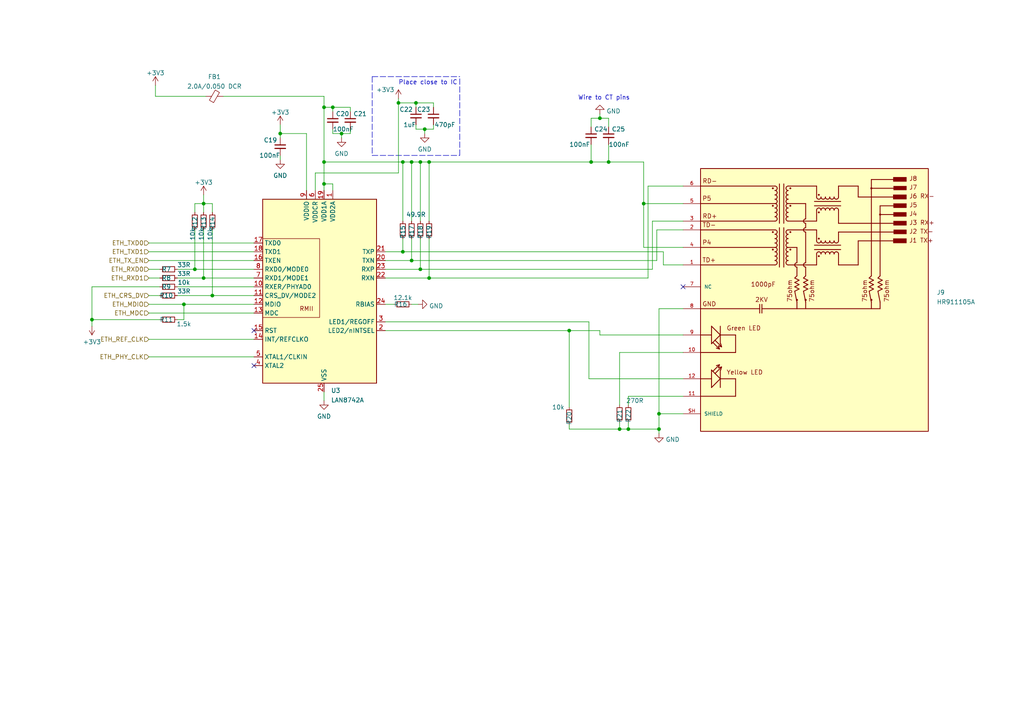
<source format=kicad_sch>
(kicad_sch (version 20211123) (generator eeschema)
  (paper "A4")
  (lib_symbols
    (symbol "Device:C_Small" (pin_numbers hide) (pin_names (offset 0.254) hide)
      (property "Reference" "C" (at 0.254 1.778 0))
      (property "Value" "C_Small" (at 0.254 -2.032 0))
      (symbol "C_Small_0_1"
        (polyline (pts (xy -1.524 -0.508) (xy 1.524 -0.508)) (stroke (width 0.3302)))
        (polyline (pts (xy -1.524 0.508) (xy 1.524 0.508)) (stroke (width 0.3048)))
      )
      (symbol "C_Small_1_1"
        (pin passive line (at 0 2.54 270) (length 2.032) (name "~") (number "1"))
        (pin passive line (at 0 -2.54 90) (length 2.032) (name "~") (number "2"))
      )
    )
    (symbol "Device:Ferrite_Bead_Small" (pin_numbers hide) (pin_names (offset 0))
      (property "Reference" "FB" (at 1.905 1.27 0))
      (property "Value" "Ferrite_Bead_Small" (at 1.905 -1.27 0))
      (symbol "Ferrite_Bead_Small_0_1"
        (polyline (pts (xy 0 -1.27) (xy 0 -0.7874)))
        (polyline (pts (xy 0 0.889) (xy 0 1.2954)))
        (polyline (pts (xy -1.8288 0.2794) (xy -1.1176 1.4986) (xy 1.8288 -0.2032) (xy 1.1176 -1.4224) (xy -1.8288 0.2794)))
      )
      (symbol "Ferrite_Bead_Small_1_1"
        (pin passive line (at 0 2.54 270) (length 1.27) (name "~") (number "1"))
        (pin passive line (at 0 -2.54 90) (length 1.27) (name "~") (number "2"))
      )
    )
    (symbol "Device:R_Small" (pin_numbers hide) (pin_names (offset 0.254) hide)
      (property "Reference" "R" (at 0.762 0.508 0))
      (property "Value" "R_Small" (at 0.762 -1.016 0))
      (symbol "R_Small_0_1"
        (rectangle (start -0.762 1.778) (end 0.762 -1.778) (stroke (width 0.2032)))
      )
      (symbol "R_Small_1_1"
        (pin passive line (at 0 2.54 270) (length 0.762) (name "~") (number "1"))
        (pin passive line (at 0 -2.54 90) (length 0.762) (name "~") (number "2"))
      )
    )
    (symbol "HR911105A:HR911105A" (pin_names (offset 1.016))
      (property "Reference" "J" (at -33.1724 36.2458 0))
      (property "Value" "HR911105A" (at -33.1216 -40.767 0))
      (symbol "HR911105A_0_0"
        (rectangle (start -33.02 35.56) (end 33.02 -40.64) (stroke (width 0.254)) (fill (type background)))
        (circle (center -12.065 12.065) (radius 0.1524) (stroke (width 0.254)))
        (circle (center -12.065 17.145) (radius 0.1524) (stroke (width 0.254)))
        (circle (center -12.065 24.765) (radius 0.1524) (stroke (width 0.254)))
        (circle (center -12.065 29.845) (radius 0.1524) (stroke (width 0.254)))
        (arc (start -11.43 7.62) (mid -10.981 7.806) (end -10.795 8.255) (stroke (width 0.254)))
        (arc (start -11.43 8.89) (mid -11.0269 9.1219) (end -10.795 9.525) (stroke (width 0.254)))
        (arc (start -11.43 10.16) (mid -10.981 10.346) (end -10.795 10.795) (stroke (width 0.254)))
        (arc (start -11.43 11.43) (mid -10.981 11.616) (end -10.795 12.065) (stroke (width 0.254)))
        (arc (start -11.43 12.7) (mid -10.981 12.886) (end -10.795 13.335) (stroke (width 0.254)))
        (arc (start -11.43 13.97) (mid -10.981 14.156) (end -10.795 14.605) (stroke (width 0.254)))
        (arc (start -11.43 15.24) (mid -10.981 15.426) (end -10.795 15.875) (stroke (width 0.254)))
        (arc (start -11.43 16.51) (mid -10.981 16.696) (end -10.795 17.145) (stroke (width 0.254)))
        (arc (start -11.43 20.32) (mid -10.981 20.506) (end -10.795 20.955) (stroke (width 0.254)))
        (arc (start -11.43 21.59) (mid -11.0269 21.8219) (end -10.795 22.225) (stroke (width 0.254)))
        (arc (start -11.43 22.86) (mid -10.981 23.046) (end -10.795 23.495) (stroke (width 0.254)))
        (arc (start -11.43 24.13) (mid -10.981 24.316) (end -10.795 24.765) (stroke (width 0.254)))
        (arc (start -11.43 25.4) (mid -10.981 25.586) (end -10.795 26.035) (stroke (width 0.254)))
        (arc (start -11.43 26.67) (mid -10.981 26.856) (end -10.795 27.305) (stroke (width 0.254)))
        (arc (start -11.43 27.94) (mid -10.981 28.126) (end -10.795 28.575) (stroke (width 0.254)))
        (arc (start -11.43 29.21) (mid -10.981 29.396) (end -10.795 29.845) (stroke (width 0.254)))
        (arc (start -10.795 8.255) (mid -10.981 8.704) (end -11.43 8.89) (stroke (width 0.254)))
        (arc (start -10.795 9.525) (mid -10.981 9.974) (end -11.43 10.16) (stroke (width 0.254)))
        (arc (start -10.795 10.795) (mid -10.981 11.244) (end -11.43 11.43) (stroke (width 0.254)))
        (arc (start -10.795 12.065) (mid -10.981 12.514) (end -11.43 12.7) (stroke (width 0.254)))
        (arc (start -10.795 13.335) (mid -10.981 13.784) (end -11.43 13.97) (stroke (width 0.254)))
        (arc (start -10.795 14.605) (mid -10.981 15.054) (end -11.43 15.24) (stroke (width 0.254)))
        (arc (start -10.795 15.875) (mid -10.981 16.324) (end -11.43 16.51) (stroke (width 0.254)))
        (arc (start -10.795 17.145) (mid -10.981 17.594) (end -11.43 17.78) (stroke (width 0.254)))
        (arc (start -10.795 20.955) (mid -10.981 21.404) (end -11.43 21.59) (stroke (width 0.254)))
        (arc (start -10.795 22.225) (mid -10.981 22.674) (end -11.43 22.86) (stroke (width 0.254)))
        (arc (start -10.795 23.495) (mid -10.981 23.944) (end -11.43 24.13) (stroke (width 0.254)))
        (arc (start -10.795 24.765) (mid -10.981 25.214) (end -11.43 25.4) (stroke (width 0.254)))
        (arc (start -10.795 26.035) (mid -10.981 26.484) (end -11.43 26.67) (stroke (width 0.254)))
        (arc (start -10.795 27.305) (mid -10.981 27.754) (end -11.43 27.94) (stroke (width 0.254)))
        (arc (start -10.795 28.575) (mid -10.981 29.024) (end -11.43 29.21) (stroke (width 0.254)))
        (arc (start -10.795 29.845) (mid -10.981 30.294) (end -11.43 30.48) (stroke (width 0.254)))
        (arc (start -8.255 8.255) (mid -8.069 7.806) (end -7.62 7.62) (stroke (width 0.254)))
        (arc (start -8.255 9.525) (mid -8.069 9.076) (end -7.62 8.89) (stroke (width 0.254)))
        (arc (start -8.255 10.795) (mid -8.069 10.346) (end -7.62 10.16) (stroke (width 0.254)))
        (arc (start -8.255 12.065) (mid -8.069 11.616) (end -7.62 11.43) (stroke (width 0.254)))
        (arc (start -8.255 13.335) (mid -8.069 12.886) (end -7.62 12.7) (stroke (width 0.254)))
        (arc (start -8.255 14.605) (mid -8.069 14.156) (end -7.62 13.97) (stroke (width 0.254)))
        (arc (start -8.255 15.875) (mid -8.069 15.426) (end -7.62 15.24) (stroke (width 0.254)))
        (arc (start -8.255 17.145) (mid -8.069 16.696) (end -7.62 16.51) (stroke (width 0.254)))
        (arc (start -8.255 20.955) (mid -8.069 20.506) (end -7.62 20.32) (stroke (width 0.254)))
        (arc (start -8.255 22.225) (mid -8.069 21.776) (end -7.62 21.59) (stroke (width 0.254)))
        (arc (start -8.255 23.495) (mid -8.069 23.046) (end -7.62 22.86) (stroke (width 0.254)))
        (arc (start -8.255 24.765) (mid -8.069 24.316) (end -7.62 24.13) (stroke (width 0.254)))
        (arc (start -8.255 26.035) (mid -8.069 25.586) (end -7.62 25.4) (stroke (width 0.254)))
        (arc (start -8.255 27.305) (mid -8.069 26.856) (end -7.62 26.67) (stroke (width 0.254)))
        (arc (start -8.255 28.575) (mid -8.069 28.126) (end -7.62 27.94) (stroke (width 0.254)))
        (arc (start -8.255 29.845) (mid -8.069 29.396) (end -7.62 29.21) (stroke (width 0.254)))
        (arc (start -7.62 8.89) (mid -8.069 8.704) (end -8.255 8.255) (stroke (width 0.254)))
        (arc (start -7.62 10.16) (mid -8.069 9.974) (end -8.255 9.525) (stroke (width 0.254)))
        (arc (start -7.62 11.43) (mid -8.069 11.244) (end -8.255 10.795) (stroke (width 0.254)))
        (arc (start -7.62 12.7) (mid -8.069 12.514) (end -8.255 12.065) (stroke (width 0.254)))
        (arc (start -7.62 13.97) (mid -8.069 13.784) (end -8.255 13.335) (stroke (width 0.254)))
        (arc (start -7.62 15.24) (mid -8.069 15.054) (end -8.255 14.605) (stroke (width 0.254)))
        (arc (start -7.62 16.51) (mid -8.0231 16.2781) (end -8.255 15.875) (stroke (width 0.254)))
        (arc (start -7.62 17.78) (mid -8.069 17.594) (end -8.255 17.145) (stroke (width 0.254)))
        (arc (start -7.62 21.59) (mid -8.069 21.404) (end -8.255 20.955) (stroke (width 0.254)))
        (arc (start -7.62 22.86) (mid -8.069 22.674) (end -8.255 22.225) (stroke (width 0.254)))
        (arc (start -7.62 24.13) (mid -8.069 23.944) (end -8.255 23.495) (stroke (width 0.254)))
        (arc (start -7.62 25.4) (mid -8.069 25.214) (end -8.255 24.765) (stroke (width 0.254)))
        (arc (start -7.62 26.67) (mid -8.069 26.484) (end -8.255 26.035) (stroke (width 0.254)))
        (arc (start -7.62 27.94) (mid -8.069 27.754) (end -8.255 27.305) (stroke (width 0.254)))
        (arc (start -7.62 29.21) (mid -8.0231 28.9781) (end -8.255 28.575) (stroke (width 0.254)))
        (arc (start -7.62 30.48) (mid -8.069 30.294) (end -8.255 29.845) (stroke (width 0.254)))
        (circle (center -6.985 12.065) (radius 0.1524) (stroke (width 0.254)))
        (circle (center -6.985 17.145) (radius 0.1524) (stroke (width 0.254)))
        (circle (center -6.985 24.765) (radius 0.1524) (stroke (width 0.254)))
        (circle (center -6.985 29.845) (radius 0.1524) (stroke (width 0.254)))
        (arc (start -5.715 7.62) (mid -5.529 7.171) (end -5.08 6.985) (stroke (width 0.254)))
        (circle (center -5.08 -2.54) (radius 0.1778) (stroke (width 0.254)))
        (arc (start -5.08 8.255) (mid -5.529 8.069) (end -5.715 7.62) (stroke (width 0.254)))
        (arc (start -3.175 7.62) (mid -2.989 7.171) (end -2.54 6.985) (stroke (width 0.254)))
        (arc (start -3.175 17.78) (mid -2.989 17.331) (end -2.54 17.145) (stroke (width 0.254)))
        (arc (start -3.175 20.32) (mid -2.989 19.871) (end -2.54 19.685) (stroke (width 0.254)))
        (circle (center -2.54 -2.54) (radius 0.1778) (stroke (width 0.254)))
        (arc (start -2.54 8.255) (mid -2.989 8.069) (end -3.175 7.62) (stroke (width 0.254)))
        (arc (start -2.54 18.415) (mid -2.989 18.229) (end -3.175 17.78) (stroke (width 0.254)))
        (arc (start -2.54 20.955) (mid -2.989 20.769) (end -3.175 20.32) (stroke (width 0.254)))
        (polyline (pts (xy -33.02 -30.48) (xy -22.86 -30.48)) (stroke (width 0.254)))
        (polyline (pts (xy -33.02 -17.78) (xy -22.86 -17.78)) (stroke (width 0.254)))
        (polyline (pts (xy -33.02 12.7) (xy -11.43 12.7)) (stroke (width 0.254)))
        (polyline (pts (xy -33.02 20.32) (xy -11.43 20.32)) (stroke (width 0.254)))
        (polyline (pts (xy -29.845 -27.94) (xy -27.305 -25.4)) (stroke (width 0.254)))
        (polyline (pts (xy -29.845 -25.4) (xy -33.02 -25.4)) (stroke (width 0.254)))
        (polyline (pts (xy -29.845 -25.4) (xy -29.845 -27.94)) (stroke (width 0.254)))
        (polyline (pts (xy -29.845 -22.86) (xy -29.845 -25.4)) (stroke (width 0.254)))
        (polyline (pts (xy -29.845 -15.24) (xy -29.845 -12.7)) (stroke (width 0.254)))
        (polyline (pts (xy -29.845 -12.7) (xy -33.02 -12.7)) (stroke (width 0.254)))
        (polyline (pts (xy -29.845 -12.7) (xy -29.845 -10.16)) (stroke (width 0.254)))
        (polyline (pts (xy -29.845 -10.16) (xy -27.305 -12.7)) (stroke (width 0.254)))
        (polyline (pts (xy -29.464 -23.241) (xy -29.845 -22.86)) (stroke (width 0.254)))
        (polyline (pts (xy -29.464 -23.241) (xy -27.559 -21.336)) (stroke (width 0.254)))
        (polyline (pts (xy -29.464 -14.859) (xy -29.845 -15.24)) (stroke (width 0.254)))
        (polyline (pts (xy -29.464 -14.859) (xy -27.559 -16.764)) (stroke (width 0.254)))
        (polyline (pts (xy -28.829 -23.876) (xy -29.464 -23.241)) (stroke (width 0.254)))
        (polyline (pts (xy -28.829 -23.876) (xy -26.924 -21.971)) (stroke (width 0.254)))
        (polyline (pts (xy -28.829 -14.224) (xy -29.464 -14.859)) (stroke (width 0.254)))
        (polyline (pts (xy -28.829 -14.224) (xy -26.924 -16.129)) (stroke (width 0.254)))
        (polyline (pts (xy -27.559 -21.336) (xy -28.448 -21.59)) (stroke (width 0.254)))
        (polyline (pts (xy -27.559 -21.336) (xy -27.813 -22.225)) (stroke (width 0.254)))
        (polyline (pts (xy -27.559 -16.764) (xy -28.448 -16.51)) (stroke (width 0.254)))
        (polyline (pts (xy -27.559 -16.764) (xy -27.813 -15.875)) (stroke (width 0.254)))
        (polyline (pts (xy -27.305 -25.4) (xy -28.829 -23.876)) (stroke (width 0.254)))
        (polyline (pts (xy -27.305 -25.4) (xy -27.305 -27.94)) (stroke (width 0.254)))
        (polyline (pts (xy -27.305 -25.4) (xy -22.86 -25.4)) (stroke (width 0.254)))
        (polyline (pts (xy -27.305 -22.86) (xy -27.305 -25.4)) (stroke (width 0.254)))
        (polyline (pts (xy -27.305 -15.24) (xy -27.305 -12.7)) (stroke (width 0.254)))
        (polyline (pts (xy -27.305 -12.7) (xy -28.829 -14.224)) (stroke (width 0.254)))
        (polyline (pts (xy -27.305 -12.7) (xy -27.305 -10.16)) (stroke (width 0.254)))
        (polyline (pts (xy -27.305 -12.7) (xy -22.86 -12.7)) (stroke (width 0.254)))
        (polyline (pts (xy -26.924 -21.971) (xy -27.813 -22.225)) (stroke (width 0.254)))
        (polyline (pts (xy -26.924 -21.971) (xy -27.178 -22.86)) (stroke (width 0.254)))
        (polyline (pts (xy -26.924 -16.129) (xy -27.813 -15.875)) (stroke (width 0.254)))
        (polyline (pts (xy -26.924 -16.129) (xy -27.178 -15.24)) (stroke (width 0.254)))
        (polyline (pts (xy -22.86 -30.48) (xy -22.86 -25.4)) (stroke (width 0.254)))
        (polyline (pts (xy -22.86 -17.78) (xy -22.86 -12.7)) (stroke (width 0.254)))
        (polyline (pts (xy -15.875 -5.08) (xy -33.02 -5.08)) (stroke (width 0.254)))
        (polyline (pts (xy -15.875 -5.08) (xy -15.875 -6.35)) (stroke (width 0.254)))
        (polyline (pts (xy -15.875 -3.81) (xy -15.875 -5.08)) (stroke (width 0.254)))
        (polyline (pts (xy -15.24 -5.08) (xy -15.24 -6.35)) (stroke (width 0.254)))
        (polyline (pts (xy -15.24 -5.08) (xy -15.24 -3.81)) (stroke (width 0.254)))
        (polyline (pts (xy -11.43 7.62) (xy -33.02 7.62)) (stroke (width 0.254)))
        (polyline (pts (xy -11.43 17.78) (xy -33.02 17.78)) (stroke (width 0.254)))
        (polyline (pts (xy -11.43 25.4) (xy -33.02 25.4)) (stroke (width 0.254)))
        (polyline (pts (xy -11.43 30.48) (xy -33.02 30.48)) (stroke (width 0.254)))
        (polyline (pts (xy -10.16 18.415) (xy -10.16 6.985)) (stroke (width 0.254)))
        (polyline (pts (xy -10.16 31.115) (xy -10.16 19.685)) (stroke (width 0.254)))
        (polyline (pts (xy -8.89 18.415) (xy -8.89 6.985)) (stroke (width 0.254)))
        (polyline (pts (xy -8.89 31.115) (xy -8.89 19.685)) (stroke (width 0.254)))
        (polyline (pts (xy -7.62 7.62) (xy -5.715 7.62)) (stroke (width 0.254)))
        (polyline (pts (xy -7.62 20.32) (xy -3.175 20.32)) (stroke (width 0.254)))
        (polyline (pts (xy -7.62 25.4) (xy -2.54 25.4)) (stroke (width 0.254)))
        (polyline (pts (xy -5.715 0) (xy -5.08 -3.175)) (stroke (width 0.254)))
        (polyline (pts (xy -5.715 1.27) (xy -4.445 0.635)) (stroke (width 0.254)))
        (polyline (pts (xy -5.715 2.54) (xy -4.445 1.905)) (stroke (width 0.254)))
        (polyline (pts (xy -5.715 3.81) (xy -4.445 3.175)) (stroke (width 0.254)))
        (polyline (pts (xy -5.715 7.62) (xy -3.175 7.62)) (stroke (width 0.254)))
        (polyline (pts (xy -5.08 -5.08) (xy -15.24 -5.08)) (stroke (width 0.254)))
        (polyline (pts (xy -5.08 -3.175) (xy -5.08 -5.08)) (stroke (width 0.254)))
        (polyline (pts (xy -5.08 4.445) (xy -5.715 3.81)) (stroke (width 0.254)))
        (polyline (pts (xy -5.08 6.985) (xy -5.08 4.445)) (stroke (width 0.254)))
        (polyline (pts (xy -5.08 8.255) (xy -5.08 12.7)) (stroke (width 0.254)))
        (polyline (pts (xy -5.08 12.7) (xy -7.62 12.7)) (stroke (width 0.254)))
        (polyline (pts (xy -4.445 0.635) (xy -5.715 0)) (stroke (width 0.254)))
        (polyline (pts (xy -4.445 1.905) (xy -5.715 1.27)) (stroke (width 0.254)))
        (polyline (pts (xy -4.445 3.175) (xy -5.715 2.54)) (stroke (width 0.254)))
        (polyline (pts (xy -3.175 0) (xy -2.54 -3.175)) (stroke (width 0.254)))
        (polyline (pts (xy -3.175 1.27) (xy -1.905 0.635)) (stroke (width 0.254)))
        (polyline (pts (xy -3.175 2.54) (xy -1.905 1.905)) (stroke (width 0.254)))
        (polyline (pts (xy -3.175 3.81) (xy -1.905 3.175)) (stroke (width 0.254)))
        (polyline (pts (xy -3.175 7.62) (xy 0.635 7.62)) (stroke (width 0.254)))
        (polyline (pts (xy -3.175 17.78) (xy -7.62 17.78)) (stroke (width 0.254)))
        (polyline (pts (xy -3.175 20.32) (xy 0.635 20.32)) (stroke (width 0.254)))
        (polyline (pts (xy -2.54 -3.175) (xy -2.54 -5.08)) (stroke (width 0.254)))
        (polyline (pts (xy -2.54 4.445) (xy -3.175 3.81)) (stroke (width 0.254)))
        (polyline (pts (xy -2.54 6.985) (xy -2.54 4.445)) (stroke (width 0.254)))
        (polyline (pts (xy -2.54 17.145) (xy -2.54 8.255)) (stroke (width 0.254)))
        (polyline (pts (xy -2.54 19.685) (xy -2.54 18.415)) (stroke (width 0.254)))
        (polyline (pts (xy -2.54 25.4) (xy -2.54 20.955)) (stroke (width 0.254)))
        (polyline (pts (xy -1.905 0.635) (xy -3.175 0)) (stroke (width 0.254)))
        (polyline (pts (xy -1.905 1.905) (xy -3.175 1.27)) (stroke (width 0.254)))
        (polyline (pts (xy -1.905 3.175) (xy -3.175 2.54)) (stroke (width 0.254)))
        (polyline (pts (xy 0 12.065) (xy 7.62 12.065)) (stroke (width 0.254)))
        (polyline (pts (xy 0 13.335) (xy 7.62 13.335)) (stroke (width 0.254)))
        (polyline (pts (xy 0 24.765) (xy 7.62 24.765)) (stroke (width 0.254)))
        (polyline (pts (xy 0 26.035) (xy 7.62 26.035)) (stroke (width 0.254)))
        (polyline (pts (xy 0.635 7.62) (xy 0.635 10.795)) (stroke (width 0.254)))
        (polyline (pts (xy 0.635 14.605) (xy 0.635 17.78)) (stroke (width 0.254)))
        (polyline (pts (xy 0.635 17.78) (xy -3.175 17.78)) (stroke (width 0.254)))
        (polyline (pts (xy 0.635 20.32) (xy 0.635 23.495)) (stroke (width 0.254)))
        (polyline (pts (xy 0.635 27.305) (xy 0.635 30.48)) (stroke (width 0.254)))
        (polyline (pts (xy 0.635 30.48) (xy -7.62 30.48)) (stroke (width 0.254)))
        (polyline (pts (xy 6.985 10.795) (xy 6.985 7.62)) (stroke (width 0.254)))
        (polyline (pts (xy 6.985 17.145) (xy 6.985 14.605)) (stroke (width 0.254)))
        (polyline (pts (xy 6.985 23.495) (xy 6.985 19.685)) (stroke (width 0.254)))
        (polyline (pts (xy 6.985 30.48) (xy 6.985 27.305)) (stroke (width 0.254)))
        (polyline (pts (xy 12.7 7.62) (xy 6.985 7.62)) (stroke (width 0.254)))
        (polyline (pts (xy 12.7 14.605) (xy 12.7 7.62)) (stroke (width 0.254)))
        (polyline (pts (xy 12.7 27.305) (xy 12.7 30.48)) (stroke (width 0.254)))
        (polyline (pts (xy 12.7 30.48) (xy 6.985 30.48)) (stroke (width 0.254)))
        (polyline (pts (xy 15.875 0) (xy 16.51 -3.175)) (stroke (width 0.254)))
        (polyline (pts (xy 15.875 1.27) (xy 17.145 0.635)) (stroke (width 0.254)))
        (polyline (pts (xy 15.875 2.54) (xy 17.145 1.905)) (stroke (width 0.254)))
        (polyline (pts (xy 15.875 3.81) (xy 17.145 3.175)) (stroke (width 0.254)))
        (polyline (pts (xy 16.51 -3.175) (xy 16.51 -5.08)) (stroke (width 0.254)))
        (polyline (pts (xy 16.51 4.445) (xy 15.875 3.81)) (stroke (width 0.254)))
        (polyline (pts (xy 16.51 29.845) (xy 16.51 4.445)) (stroke (width 0.254)))
        (polyline (pts (xy 16.51 29.845) (xy 23.495 29.845)) (stroke (width 0.254)))
        (polyline (pts (xy 16.51 32.385) (xy 16.51 29.845)) (stroke (width 0.254)))
        (polyline (pts (xy 17.145 0.635) (xy 15.875 0)) (stroke (width 0.254)))
        (polyline (pts (xy 17.145 1.905) (xy 15.875 1.27)) (stroke (width 0.254)))
        (polyline (pts (xy 17.145 3.175) (xy 15.875 2.54)) (stroke (width 0.254)))
        (polyline (pts (xy 18.415 0) (xy 19.05 -3.175)) (stroke (width 0.254)))
        (polyline (pts (xy 18.415 1.27) (xy 19.685 0.635)) (stroke (width 0.254)))
        (polyline (pts (xy 18.415 2.54) (xy 19.685 1.905)) (stroke (width 0.254)))
        (polyline (pts (xy 18.415 3.81) (xy 19.685 3.175)) (stroke (width 0.254)))
        (polyline (pts (xy 19.05 -5.08) (xy -5.08 -5.08)) (stroke (width 0.254)))
        (polyline (pts (xy 19.05 -3.175) (xy 19.05 -5.08)) (stroke (width 0.254)))
        (polyline (pts (xy 19.05 4.445) (xy 18.415 3.81)) (stroke (width 0.254)))
        (polyline (pts (xy 19.05 22.225) (xy 19.05 4.445)) (stroke (width 0.254)))
        (polyline (pts (xy 19.05 22.225) (xy 23.495 22.225)) (stroke (width 0.254)))
        (polyline (pts (xy 19.05 24.765) (xy 19.05 22.225)) (stroke (width 0.254)))
        (polyline (pts (xy 19.685 0.635) (xy 18.415 0)) (stroke (width 0.254)))
        (polyline (pts (xy 19.685 1.905) (xy 18.415 1.27)) (stroke (width 0.254)))
        (polyline (pts (xy 19.685 3.175) (xy 18.415 2.54)) (stroke (width 0.254)))
        (polyline (pts (xy 23.495 14.605) (xy 12.7 14.605)) (stroke (width 0.254)))
        (polyline (pts (xy 23.495 17.145) (xy 6.985 17.145)) (stroke (width 0.254)))
        (polyline (pts (xy 23.495 19.685) (xy 6.985 19.685)) (stroke (width 0.254)))
        (polyline (pts (xy 23.495 24.765) (xy 19.05 24.765)) (stroke (width 0.254)))
        (polyline (pts (xy 23.495 27.305) (xy 12.7 27.305)) (stroke (width 0.254)))
        (polyline (pts (xy 23.495 32.385) (xy 16.51 32.385)) (stroke (width 0.254)))
        (arc (start 0.635 14.605) (mid 0.821 14.156) (end 1.27 13.97) (stroke (width 0.254)))
        (arc (start 0.635 27.305) (mid 0.821 26.856) (end 1.27 26.67) (stroke (width 0.254)))
        (circle (center 1.27 10.16) (radius 0.1524) (stroke (width 0.254)))
        (arc (start 1.27 11.43) (mid 0.821 11.244) (end 0.635 10.795) (stroke (width 0.254)))
        (arc (start 1.27 13.97) (mid 1.719 14.156) (end 1.905 14.605) (stroke (width 0.254)))
        (circle (center 1.27 15.24) (radius 0.1524) (stroke (width 0.254)))
        (circle (center 1.27 22.86) (radius 0.1524) (stroke (width 0.254)))
        (arc (start 1.27 24.13) (mid 0.821 23.944) (end 0.635 23.495) (stroke (width 0.254)))
        (arc (start 1.27 26.67) (mid 1.719 26.856) (end 1.905 27.305) (stroke (width 0.254)))
        (circle (center 1.27 27.94) (radius 0.1524) (stroke (width 0.254)))
        (arc (start 1.905 10.795) (mid 1.719 11.244) (end 1.27 11.43) (stroke (width 0.254)))
        (arc (start 1.905 14.605) (mid 2.091 14.156) (end 2.54 13.97) (stroke (width 0.254)))
        (arc (start 1.905 23.495) (mid 1.719 23.944) (end 1.27 24.13) (stroke (width 0.254)))
        (arc (start 1.905 27.305) (mid 2.091 26.856) (end 2.54 26.67) (stroke (width 0.254)))
        (arc (start 2.54 11.43) (mid 2.091 11.244) (end 1.905 10.795) (stroke (width 0.254)))
        (arc (start 2.54 13.97) (mid 2.989 14.156) (end 3.175 14.605) (stroke (width 0.254)))
        (arc (start 2.54 24.13) (mid 2.091 23.944) (end 1.905 23.495) (stroke (width 0.254)))
        (arc (start 2.54 26.67) (mid 2.989 26.856) (end 3.175 27.305) (stroke (width 0.254)))
        (arc (start 3.175 10.795) (mid 2.989 11.244) (end 2.54 11.43) (stroke (width 0.254)))
        (arc (start 3.175 14.605) (mid 3.361 14.156) (end 3.81 13.97) (stroke (width 0.254)))
        (arc (start 3.175 23.495) (mid 2.989 23.944) (end 2.54 24.13) (stroke (width 0.254)))
        (arc (start 3.175 27.305) (mid 3.361 26.856) (end 3.81 26.67) (stroke (width 0.254)))
        (arc (start 3.81 11.43) (mid 3.361 11.244) (end 3.175 10.795) (stroke (width 0.254)))
        (arc (start 3.81 13.97) (mid 4.259 14.156) (end 4.445 14.605) (stroke (width 0.254)))
        (arc (start 3.81 24.13) (mid 3.361 23.944) (end 3.175 23.495) (stroke (width 0.254)))
        (arc (start 3.81 26.67) (mid 4.259 26.856) (end 4.445 27.305) (stroke (width 0.254)))
        (arc (start 4.445 10.795) (mid 4.259 11.244) (end 3.81 11.43) (stroke (width 0.254)))
        (arc (start 4.445 14.605) (mid 4.631 14.156) (end 5.08 13.97) (stroke (width 0.254)))
        (arc (start 4.445 23.495) (mid 4.259 23.944) (end 3.81 24.13) (stroke (width 0.254)))
        (arc (start 4.445 27.305) (mid 4.631 26.856) (end 5.08 26.67) (stroke (width 0.254)))
        (arc (start 5.08 11.43) (mid 4.631 11.244) (end 4.445 10.795) (stroke (width 0.254)))
        (arc (start 5.08 13.97) (mid 5.529 14.156) (end 5.715 14.605) (stroke (width 0.254)))
        (arc (start 5.08 24.13) (mid 4.631 23.944) (end 4.445 23.495) (stroke (width 0.254)))
        (arc (start 5.08 26.67) (mid 5.529 26.856) (end 5.715 27.305) (stroke (width 0.254)))
        (arc (start 5.715 10.795) (mid 5.529 11.244) (end 5.08 11.43) (stroke (width 0.254)))
        (arc (start 5.715 14.605) (mid 5.901 14.156) (end 6.35 13.97) (stroke (width 0.254)))
        (arc (start 5.715 23.495) (mid 5.529 23.944) (end 5.08 24.13) (stroke (width 0.254)))
        (arc (start 5.715 27.305) (mid 5.901 26.856) (end 6.35 26.67) (stroke (width 0.254)))
        (arc (start 6.35 11.43) (mid 5.901 11.244) (end 5.715 10.795) (stroke (width 0.254)))
        (arc (start 6.35 13.97) (mid 6.799 14.156) (end 6.985 14.605) (stroke (width 0.254)))
        (arc (start 6.35 24.13) (mid 5.901 23.944) (end 5.715 23.495) (stroke (width 0.254)))
        (arc (start 6.35 26.67) (mid 6.799 26.856) (end 6.985 27.305) (stroke (width 0.254)))
        (arc (start 6.985 10.795) (mid 6.799 11.244) (end 6.35 11.43) (stroke (width 0.254)))
        (arc (start 6.985 23.495) (mid 6.799 23.944) (end 6.35 24.13) (stroke (width 0.254)))
        (circle (center 16.51 -2.54) (radius 0.1778) (stroke (width 0.254)))
        (circle (center 16.51 29.845) (radius 0.1778) (stroke (width 0.254)))
        (circle (center 19.05 22.225) (radius 0.1778) (stroke (width 0.254)))
        (rectangle (start 22.8854 26.7208) (end 26.67 27.94) (fill (type outline)))
        (rectangle (start 22.9108 13.9954) (end 26.67 15.24) (fill (type outline)))
        (rectangle (start 22.9108 31.8262) (end 26.67 33.02) (fill (type outline)))
        (rectangle (start 22.9616 19.1262) (end 26.67 20.32) (fill (type outline)))
        (rectangle (start 22.9616 21.6916) (end 26.6446 22.8346) (fill (type outline)))
        (rectangle (start 22.9616 24.2316) (end 26.67 25.4) (fill (type outline)))
        (rectangle (start 22.987 29.3624) (end 26.67 30.4546) (fill (type outline)))
        (rectangle (start 23.0124 16.6116) (end 26.67 17.78) (fill (type outline)))
        (text "1000pF" (at -18.4912 1.2446 0) (effects (font (size 1.27 1.27)) (justify left bottom)))
        (text "2KV" (at -17.2212 -3.2004 0) (effects (font (size 1.27 1.27)) (justify left bottom)))
        (text "75ohm" (at -6.4008 -3.2004 900) (effects (font (size 1.27 1.27)) (justify left bottom)))
        (text "75ohm" (at 0 -3.2004 900) (effects (font (size 1.27 1.27)) (justify left bottom)))
        (text "75ohm" (at 15.3416 -3.2004 900) (effects (font (size 1.27 1.27)) (justify left bottom)))
        (text "75ohm" (at 21.6916 -3.2004 900) (effects (font (size 1.27 1.27)) (justify left bottom)))
        (text "GND" (at -32.5374 -4.445 0) (effects (font (size 1.27 1.27)) (justify left bottom)))
        (text "Green LED" (at -25.5016 -11.4554 0) (effects (font (size 1.27 1.27)) (justify left bottom)))
        (text "J1 TX+" (at 27.432 13.9954 0) (effects (font (size 1.27 1.27)) (justify left bottom)))
        (text "J2 TX-" (at 27.4574 16.5862 0) (effects (font (size 1.27 1.27)) (justify left bottom)))
        (text "J3 RX+" (at 27.4574 19.1516 0) (effects (font (size 1.27 1.27)) (justify left bottom)))
        (text "J4" (at 27.4574 21.717 0) (effects (font (size 1.27 1.27)) (justify left bottom)))
        (text "J5" (at 27.4828 24.257 0) (effects (font (size 1.27 1.27)) (justify left bottom)))
        (text "J6 RX-" (at 27.4574 26.8224 0) (effects (font (size 1.27 1.27)) (justify left bottom)))
        (text "J7" (at 27.4574 29.3624 0) (effects (font (size 1.27 1.27)) (justify left bottom)))
        (text "J8" (at 27.4574 31.9278 0) (effects (font (size 1.27 1.27)) (justify left bottom)))
        (text "P4" (at -32.5374 13.4112 0) (effects (font (size 1.27 1.27)) (justify left bottom)))
        (text "P5" (at -32.5374 26.162 0) (effects (font (size 1.27 1.27)) (justify left bottom)))
        (text "RD+" (at -32.4866 21.0312 0) (effects (font (size 1.27 1.27)) (justify left bottom)))
        (text "RD-" (at -32.4866 31.2166 0) (effects (font (size 1.27 1.27)) (justify left bottom)))
        (text "TD+" (at -32.5628 8.3058 0) (effects (font (size 1.27 1.27)) (justify left bottom)))
        (text "TD-" (at -32.512 18.4912 0) (effects (font (size 1.27 1.27)) (justify left bottom)))
        (text "Yellow LED" (at -25.527 -24.257 0) (effects (font (size 1.27 1.27)) (justify left bottom)))
        (pin passive line (at -38.1 7.62 0) (length 5.08) (name "~") (number "1"))
        (pin passive line (at -38.1 -17.78 0) (length 5.08) (name "~") (number "10"))
        (pin passive line (at -38.1 -30.48 0) (length 5.08) (name "~") (number "11"))
        (pin passive line (at -38.1 -25.4 0) (length 5.08) (name "~") (number "12"))
        (pin passive line (at -38.1 17.78 0) (length 5.08) (name "~") (number "2"))
        (pin passive line (at -38.1 20.32 0) (length 5.08) (name "~") (number "3"))
        (pin passive line (at -38.1 12.7 0) (length 5.08) (name "~") (number "4"))
        (pin passive line (at -38.1 25.4 0) (length 5.08) (name "~") (number "5"))
        (pin passive line (at -38.1 30.48 0) (length 5.08) (name "~") (number "6"))
        (pin passive line (at -38.1 1.27 0) (length 5.08) (name "NC") (number "7"))
        (pin power_in line (at -38.1 -5.08 0) (length 5.08) (name "~") (number "8"))
        (pin passive line (at -38.1 -12.7 0) (length 5.08) (name "~") (number "9"))
        (pin passive line (at -38.1 -35.56 0) (length 5.08) (name "SHIELD") (number "SH"))
      )
    )
    (symbol "Interface_Ethernet:LAN8720A"
      (property "Reference" "U" (at -13.97 29.21 0))
      (property "Value" "LAN8720A" (at 15.24 29.21 0))
      (symbol "LAN8720A_0_0"
        (text "RMII" (at -5.08 -3.81 0) (effects (font (size 1.27 1.27))))
      )
      (symbol "LAN8720A_0_1"
        (rectangle (start -17.78 27.94) (end 15.24 -25.4) (stroke (width 0.254)) (fill (type background)))
        (polyline (pts (xy -17.78 -6.35) (xy -1.27 -6.35) (xy -1.27 16.51) (xy -17.78 16.51)))
      )
      (symbol "LAN8720A_1_1"
        (pin power_in line (at 2.54 30.48 270) (length 2.54) (name "VDD2A") (number "1"))
        (pin output line (at -20.32 2.54 0) (length 2.54) (name "RXER/PHYAD0") (number "10"))
        (pin output line (at -20.32 0 0) (length 2.54) (name "CRS_DV/MODE2") (number "11"))
        (pin bidirectional line (at -20.32 -2.54 0) (length 2.54) (name "MDIO") (number "12"))
        (pin input line (at -20.32 -5.08 0) (length 2.54) (name "MDC") (number "13"))
        (pin output line (at -20.32 -12.7 0) (length 2.54) (name "INT/REFCLKO") (number "14"))
        (pin input line (at -20.32 -10.16 0) (length 2.54) (name "RST") (number "15"))
        (pin input line (at -20.32 10.16 0) (length 2.54) (name "TXEN") (number "16"))
        (pin input line (at -20.32 15.24 0) (length 2.54) (name "TXD0") (number "17"))
        (pin input line (at -20.32 12.7 0) (length 2.54) (name "TXD1") (number "18"))
        (pin power_in line (at 0 30.48 270) (length 2.54) (name "VDD1A") (number "19"))
        (pin bidirectional line (at 17.78 -10.16 180) (length 2.54) (name "LED2/nINTSEL") (number "2"))
        (pin output line (at 17.78 10.16 180) (length 2.54) (name "TXN") (number "20"))
        (pin output line (at 17.78 12.7 180) (length 2.54) (name "TXP") (number "21"))
        (pin output line (at 17.78 5.08 180) (length 2.54) (name "RXN") (number "22"))
        (pin output line (at 17.78 7.62 180) (length 2.54) (name "RXP") (number "23"))
        (pin input line (at 17.78 -2.54 180) (length 2.54) (name "RBIAS") (number "24"))
        (pin power_in line (at 0 -27.94 90) (length 2.54) (name "VSS") (number "25"))
        (pin bidirectional line (at 17.78 -7.62 180) (length 2.54) (name "LED1/REGOFF") (number "3"))
        (pin passive line (at -20.32 -20.32 0) (length 2.54) (name "XTAL2") (number "4"))
        (pin passive line (at -20.32 -17.78 0) (length 2.54) (name "XTAL1/CLKIN") (number "5"))
        (pin power_in line (at -2.54 30.48 270) (length 2.54) (name "VDDCR") (number "6"))
        (pin output line (at -20.32 5.08 0) (length 2.54) (name "RXD1/MODE1") (number "7"))
        (pin output line (at -20.32 7.62 0) (length 2.54) (name "RXD0/MODE0") (number "8"))
        (pin power_in line (at -5.08 30.48 270) (length 2.54) (name "VDDIO") (number "9"))
      )
    )
    (symbol "power:+3V3" (power) (pin_names (offset 0))
      (property "Value" "+3V3" (at 0 3.556 0))
      (symbol "+3V3_0_1"
        (polyline (pts (xy -0.762 1.27) (xy 0 2.54)))
        (polyline (pts (xy 0 0) (xy 0 2.54)))
        (polyline (pts (xy 0 2.54) (xy 0.762 1.27)))
      )
      (symbol "+3V3_1_1"
        (pin power_in line (at 0 0 90) (length 0) hide (name "+3V3") (number "1"))
      )
    )
    (symbol "power:GND" (power) (pin_names (offset 0))
      (property "Value" "GND" (at 0 -3.81 0))
      (symbol "GND_0_1"
        (polyline (pts (xy 0 0) (xy 0 -1.27) (xy 1.27 -1.27) (xy 0 -2.54) (xy -1.27 -1.27) (xy 0 -1.27)))
      )
      (symbol "GND_1_1"
        (pin power_in line (at 0 0 270) (length 0) hide (name "GND") (number "1"))
      )
    )
  )
  (junction (at 124.46 46.99))
  (junction (at 93.98 53.34))
  (junction (at 115.57 29.845))
  (junction (at 121.92 46.99))
  (junction (at 120.65 29.845))
  (junction (at 81.28 38.735))
  (junction (at 121.92 78.105))
  (junction (at 191.135 120.015))
  (junction (at 119.38 75.565))
  (junction (at 171.45 46.99))
  (junction (at 93.98 31.115))
  (junction (at 93.98 46.99))
  (junction (at 99.06 38.735))
  (junction (at 176.53 46.99))
  (junction (at 179.705 124.46))
  (junction (at 191.135 124.46))
  (junction (at 59.055 80.645))
  (junction (at 116.84 73.025))
  (junction (at 53.34 88.265))
  (junction (at 119.38 46.99))
  (junction (at 173.99 34.29))
  (junction (at 26.67 92.71))
  (junction (at 61.595 85.725))
  (junction (at 186.69 59.055))
  (junction (at 123.19 37.465))
  (junction (at 124.46 80.645))
  (junction (at 165.1 95.885))
  (junction (at 56.515 78.105))
  (junction (at 59.055 59.055))
  (junction (at 116.84 46.99))
  (junction (at 182.245 124.46))
  (junction (at 96.52 31.115))
  (no_connect (at 73.66 95.885))
  (no_connect (at 198.12 83.185))
  (no_connect (at 73.66 106.045))
  (wire (pts (xy 165.1 124.46) (xy 179.705 124.46)))
  (wire (pts (xy 173.99 97.155) (xy 198.12 97.155)))
  (wire (pts (xy 165.1 95.885) (xy 173.99 95.885)))
  (wire (pts (xy 198.12 114.935) (xy 182.245 114.935)))
  (wire (pts (xy 120.65 29.845) (xy 120.65 31.115)))
  (wire (pts (xy 59.055 56.515) (xy 59.055 59.055)))
  (wire (pts (xy 186.69 59.055) (xy 186.69 71.755)))
  (wire (pts (xy 91.44 50.165) (xy 91.44 55.245)))
  (wire (pts (xy 93.98 113.665) (xy 93.98 116.205)))
  (wire (pts (xy 61.595 61.595) (xy 61.595 59.055)))
  (wire (pts (xy 182.245 114.935) (xy 182.245 117.475)))
  (wire (pts (xy 191.135 120.015) (xy 191.135 124.46)))
  (wire (pts (xy 187.96 53.975) (xy 198.12 53.975)))
  (wire (pts (xy 26.67 92.71) (xy 46.355 92.71)))
  (wire (pts (xy 173.99 34.29) (xy 173.99 33.02)))
  (wire (pts (xy 116.84 46.99) (xy 116.84 64.135)))
  (wire (pts (xy 111.76 88.265) (xy 114.3 88.265)))
  (wire (pts (xy 125.73 37.465) (xy 123.19 37.465)))
  (wire (pts (xy 111.76 95.885) (xy 165.1 95.885)))
  (wire (pts (xy 120.65 29.845) (xy 115.57 29.845)))
  (wire (pts (xy 88.9 38.735) (xy 81.28 38.735)))
  (wire (pts (xy 192.405 76.835) (xy 198.12 76.835)))
  (wire (pts (xy 43.18 103.505) (xy 73.66 103.505)))
  (wire (pts (xy 43.18 85.725) (xy 46.355 85.725)))
  (wire (pts (xy 45.085 27.94) (xy 59.69 27.94)))
  (polyline (pts (xy 107.95 22.225) (xy 133.35 22.225)))
  (wire (pts (xy 43.18 75.565) (xy 73.66 75.565)))
  (wire (pts (xy 171.45 36.83) (xy 171.45 34.29)))
  (wire (pts (xy 191.135 89.535) (xy 191.135 120.015)))
  (polyline (pts (xy 133.35 45.085) (xy 133.35 22.225)))
  (wire (pts (xy 170.815 93.345) (xy 170.815 109.855)))
  (polyline (pts (xy 107.95 22.225) (xy 107.95 45.085)))
  (wire (pts (xy 119.38 46.99) (xy 121.92 46.99)))
  (wire (pts (xy 53.34 88.265) (xy 73.66 88.265)))
  (wire (pts (xy 123.19 37.465) (xy 123.19 38.735)))
  (wire (pts (xy 93.98 53.34) (xy 93.98 46.99)))
  (wire (pts (xy 165.1 123.19) (xy 165.1 124.46)))
  (wire (pts (xy 96.52 31.115) (xy 96.52 32.385)))
  (wire (pts (xy 111.76 93.345) (xy 170.815 93.345)))
  (wire (pts (xy 51.435 80.645) (xy 59.055 80.645)))
  (wire (pts (xy 51.435 85.725) (xy 61.595 85.725)))
  (wire (pts (xy 43.18 80.645) (xy 46.355 80.645)))
  (wire (pts (xy 56.515 59.055) (xy 59.055 59.055)))
  (polyline (pts (xy 107.95 45.085) (xy 133.35 45.085)))
  (wire (pts (xy 124.46 80.645) (xy 187.96 80.645)))
  (wire (pts (xy 116.84 69.215) (xy 116.84 73.025)))
  (wire (pts (xy 115.57 28.575) (xy 115.57 29.845)))
  (wire (pts (xy 61.595 85.725) (xy 73.66 85.725)))
  (wire (pts (xy 119.38 46.99) (xy 119.38 64.135)))
  (wire (pts (xy 43.18 88.265) (xy 53.34 88.265)))
  (wire (pts (xy 96.52 31.115) (xy 93.98 31.115)))
  (wire (pts (xy 190.5 75.565) (xy 190.5 66.675)))
  (wire (pts (xy 51.435 83.185) (xy 73.66 83.185)))
  (wire (pts (xy 51.435 92.71) (xy 53.34 92.71)))
  (wire (pts (xy 56.515 61.595) (xy 56.515 59.055)))
  (wire (pts (xy 111.76 78.105) (xy 121.92 78.105)))
  (wire (pts (xy 81.28 38.735) (xy 81.28 40.005)))
  (wire (pts (xy 96.52 38.735) (xy 99.06 38.735)))
  (wire (pts (xy 189.23 78.105) (xy 189.23 64.135)))
  (wire (pts (xy 189.23 64.135) (xy 198.12 64.135)))
  (wire (pts (xy 121.92 78.105) (xy 189.23 78.105)))
  (wire (pts (xy 101.6 31.115) (xy 96.52 31.115)))
  (wire (pts (xy 46.355 83.185) (xy 26.67 83.185)))
  (wire (pts (xy 190.5 66.675) (xy 198.12 66.675)))
  (wire (pts (xy 171.45 46.99) (xy 176.53 46.99)))
  (wire (pts (xy 111.76 73.025) (xy 116.84 73.025)))
  (wire (pts (xy 53.34 92.71) (xy 53.34 88.265)))
  (wire (pts (xy 56.515 78.105) (xy 73.66 78.105)))
  (wire (pts (xy 171.45 34.29) (xy 173.99 34.29)))
  (wire (pts (xy 179.705 122.555) (xy 179.705 124.46)))
  (wire (pts (xy 43.18 98.425) (xy 73.66 98.425)))
  (wire (pts (xy 192.405 73.025) (xy 192.405 76.835)))
  (wire (pts (xy 43.18 70.485) (xy 73.66 70.485)))
  (wire (pts (xy 116.84 46.99) (xy 119.38 46.99)))
  (wire (pts (xy 182.245 122.555) (xy 182.245 124.46)))
  (wire (pts (xy 101.6 32.385) (xy 101.6 31.115)))
  (wire (pts (xy 187.96 80.645) (xy 187.96 53.975)))
  (wire (pts (xy 61.595 59.055) (xy 59.055 59.055)))
  (wire (pts (xy 81.28 45.085) (xy 81.28 46.355)))
  (wire (pts (xy 173.99 95.885) (xy 173.99 97.155)))
  (wire (pts (xy 179.705 124.46) (xy 182.245 124.46)))
  (wire (pts (xy 91.44 50.165) (xy 115.57 50.165)))
  (wire (pts (xy 111.76 75.565) (xy 119.38 75.565)))
  (wire (pts (xy 59.055 66.675) (xy 59.055 80.645)))
  (wire (pts (xy 59.055 59.055) (xy 59.055 61.595)))
  (wire (pts (xy 93.98 55.245) (xy 93.98 53.34)))
  (wire (pts (xy 43.18 90.805) (xy 73.66 90.805)))
  (wire (pts (xy 88.9 55.245) (xy 88.9 38.735)))
  (wire (pts (xy 176.53 36.83) (xy 176.53 34.29)))
  (wire (pts (xy 119.38 69.215) (xy 119.38 75.565)))
  (wire (pts (xy 186.69 59.055) (xy 198.12 59.055)))
  (wire (pts (xy 198.12 120.015) (xy 191.135 120.015)))
  (wire (pts (xy 93.98 46.99) (xy 116.84 46.99)))
  (wire (pts (xy 51.435 78.105) (xy 56.515 78.105)))
  (wire (pts (xy 81.28 36.195) (xy 81.28 38.735)))
  (wire (pts (xy 176.53 41.91) (xy 176.53 46.99)))
  (wire (pts (xy 165.1 95.885) (xy 165.1 118.11)))
  (wire (pts (xy 125.73 29.845) (xy 120.65 29.845)))
  (wire (pts (xy 93.98 46.99) (xy 93.98 31.115)))
  (wire (pts (xy 171.45 41.91) (xy 171.45 46.99)))
  (wire (pts (xy 124.46 69.215) (xy 124.46 80.645)))
  (wire (pts (xy 176.53 46.99) (xy 186.69 46.99)))
  (wire (pts (xy 198.12 89.535) (xy 191.135 89.535)))
  (wire (pts (xy 93.98 31.115) (xy 93.98 27.94)))
  (wire (pts (xy 125.73 31.115) (xy 125.73 29.845)))
  (wire (pts (xy 116.84 73.025) (xy 192.405 73.025)))
  (wire (pts (xy 43.18 78.105) (xy 46.355 78.105)))
  (wire (pts (xy 56.515 66.675) (xy 56.515 78.105)))
  (wire (pts (xy 115.57 29.845) (xy 115.57 50.165)))
  (wire (pts (xy 121.92 46.99) (xy 124.46 46.99)))
  (wire (pts (xy 125.73 36.195) (xy 125.73 37.465)))
  (wire (pts (xy 170.815 109.855) (xy 198.12 109.855)))
  (wire (pts (xy 99.06 38.735) (xy 99.06 40.005)))
  (wire (pts (xy 120.65 36.195) (xy 120.65 37.465)))
  (wire (pts (xy 120.65 37.465) (xy 123.19 37.465)))
  (wire (pts (xy 45.085 24.765) (xy 45.085 27.94)))
  (wire (pts (xy 124.46 46.99) (xy 124.46 64.135)))
  (wire (pts (xy 96.52 55.245) (xy 96.52 53.34)))
  (wire (pts (xy 121.92 46.99) (xy 121.92 64.135)))
  (wire (pts (xy 59.055 80.645) (xy 73.66 80.645)))
  (wire (pts (xy 96.52 37.465) (xy 96.52 38.735)))
  (wire (pts (xy 111.76 80.645) (xy 124.46 80.645)))
  (wire (pts (xy 179.705 102.235) (xy 179.705 117.475)))
  (wire (pts (xy 26.67 83.185) (xy 26.67 92.71)))
  (wire (pts (xy 119.38 88.265) (xy 121.285 88.265)))
  (wire (pts (xy 121.92 69.215) (xy 121.92 78.105)))
  (wire (pts (xy 101.6 38.735) (xy 99.06 38.735)))
  (wire (pts (xy 119.38 75.565) (xy 190.5 75.565)))
  (wire (pts (xy 198.12 102.235) (xy 179.705 102.235)))
  (wire (pts (xy 182.245 124.46) (xy 191.135 124.46)))
  (wire (pts (xy 186.69 46.99) (xy 186.69 59.055)))
  (wire (pts (xy 26.67 92.71) (xy 26.67 94.615)))
  (wire (pts (xy 93.98 27.94) (xy 64.77 27.94)))
  (wire (pts (xy 176.53 34.29) (xy 173.99 34.29)))
  (wire (pts (xy 61.595 66.675) (xy 61.595 85.725)))
  (wire (pts (xy 43.18 73.025) (xy 73.66 73.025)))
  (wire (pts (xy 101.6 37.465) (xy 101.6 38.735)))
  (wire (pts (xy 191.135 124.46) (xy 191.135 125.73)))
  (wire (pts (xy 198.12 71.755) (xy 186.69 71.755)))
  (wire (pts (xy 124.46 46.99) (xy 171.45 46.99)))
  (wire (pts (xy 96.52 53.34) (xy 93.98 53.34)))
  (text "Place close to IC" (at 115.57 24.765 0) (effects (font (size 1.27 1.27)) (justify left bottom)))
  (text "Wire to CT pins" (at 167.64 29.21 0) (effects (font (size 1.27 1.27)) (justify left bottom)))
  (hierarchical_label "ETH_TXD1" (shape input) (at 43.18 73.025 180))
  (hierarchical_label "ETH_RXD0" (shape input) (at 43.18 78.105 180))
  (hierarchical_label "ETH_PHY_CLK" (shape input) (at 43.18 103.505 180))
  (hierarchical_label "ETH_TX_EN" (shape input) (at 43.18 75.565 180))
  (hierarchical_label "ETH_RXD1" (shape input) (at 43.18 80.645 180))
  (hierarchical_label "ETH_MDIO" (shape input) (at 43.18 88.265 180))
  (hierarchical_label "ETH_MDC" (shape input) (at 43.18 90.805 180))
  (hierarchical_label "ETH_CRS_DV" (shape input) (at 43.18 85.725 180))
  (hierarchical_label "ETH_REF_CLK" (shape input) (at 43.18 98.425 180))
  (hierarchical_label "ETH_TXD0" (shape input) (at 43.18 70.485 180))
  (symbol (lib_id "Device:C_Small") (at 96.52 34.925 0) (unit 1)
    (property "Reference" "C20" (at 97.409 33.02 0) (effects (justify left)))
    (property "Value" "100nF" (at 96.52 37.465 0) (effects (justify left)))
    (property "Footprint" "Capacitor_SMD:C_0603_1608Metric" (effects hide))
  )
  (symbol (lib_id "power:GND") (at 99.06 40.005 0) (unit 1)
    (property "Reference" "#PWR031" (effects hide))
    (property "Value" "GND" (at 99.06 44.5675 0))
  )
  (symbol (lib_id "power:+3V3") (at 26.67 94.615 180) (unit 1)
    (property "Reference" "#PWR025" (effects hide))
    (property "Value" "+3V3" (at 26.67 99.1775 0))
  )
  (symbol (lib_id "Device:Ferrite_Bead_Small") (at 62.23 27.94 90) (unit 1)
    (property "Reference" "FB1" (at 62.1919 22.2717 90))
    (property "Value" "2.0A/0.050 DCR" (at 62.1919 25.0468 90))
    (property "Footprint" "Inductor_SMD:L_0805_2012Metric" (effects hide))
    (property "LCSC" "C1015" (effects hide))
  )
  (symbol (lib_id "Device:C_Small") (at 120.65 33.655 0) (mirror y) (unit 1)
    (property "Reference" "C22" (at 119.761 31.75 0) (effects (justify left)))
    (property "Value" "1uF" (at 120.65 36.195 0) (effects (justify left)))
    (property "Footprint" "Capacitor_SMD:C_0603_1608Metric" (effects hide))
  )
  (symbol (lib_id "Device:C_Small") (at 101.6 34.925 0) (unit 1)
    (property "Reference" "C21" (at 102.489 33.02 0) (effects (justify left)))
    (property "Value" "100nF" (effects hide))
    (property "Footprint" "Capacitor_SMD:C_0603_1608Metric" (effects hide))
  )
  (symbol (lib_id "Device:R_Small") (at 116.84 88.265 90) (unit 1)
    (property "Reference" "R16" (at 116.205 88.265 90))
    (property "Value" "12.1k" (at 116.84 86.36 90))
    (property "Footprint" "Resistor_SMD:R_0603_1608Metric" (effects hide))
  )
  (symbol (lib_id "Device:R_Small") (at 116.84 66.675 0) (unit 1)
    (property "Reference" "R15" (at 116.84 67.31 90))
    (property "Value" "49.9R" (at 120.65 62.23 0))
    (property "Footprint" "Resistor_SMD:R_0603_1608Metric" (effects hide))
    (property "LCSC" "C23185" (effects hide))
  )
  (symbol (lib_id "Device:R_Small") (at 48.895 92.71 90) (unit 1)
    (property "Reference" "R11" (at 48.26 92.71 90))
    (property "Value" "1.5k" (at 53.34 93.98 90))
    (property "Footprint" "Resistor_SMD:R_0603_1608Metric" (effects hide))
  )
  (symbol (lib_id "Device:R_Small") (at 121.92 66.675 0) (unit 1)
    (property "Reference" "R18" (at 121.92 67.31 90))
    (property "Value" "49.9R" (effects hide))
    (property "Footprint" "Resistor_SMD:R_0603_1608Metric" (effects hide))
    (property "LCSC" "C23185" (effects hide))
  )
  (symbol (lib_id "power:GND") (at 173.99 33.02 180) (unit 1)
    (property "Reference" "#PWR035" (effects hide))
    (property "Value" "GND" (at 175.895 32.229 0) (effects (justify right)))
  )
  (symbol (lib_id "power:GND") (at 191.135 125.73 0) (unit 1)
    (property "Reference" "#PWR036" (effects hide))
    (property "Value" "GND" (at 193.04 127.479 0) (effects (justify left)))
  )
  (symbol (lib_id "Device:R_Small") (at 61.595 64.135 180) (unit 1)
    (property "Reference" "R14" (at 61.595 64.77 90))
    (property "Value" "10k" (at 60.96 67.945 90))
    (property "Footprint" "Resistor_SMD:R_0603_1608Metric" (effects hide))
  )
  (symbol (lib_id "power:+3V3") (at 59.055 56.515 0) (unit 1)
    (property "Reference" "#PWR027" (effects hide))
    (property "Value" "+3V3" (at 59.055 52.9105 0))
  )
  (symbol (lib_id "Device:R_Small") (at 48.895 83.185 90) (unit 1)
    (property "Reference" "R9" (at 48.26 83.185 90))
    (property "Value" "10k" (at 53.34 81.915 90))
    (property "Footprint" "Resistor_SMD:R_0603_1608Metric" (effects hide))
  )
  (symbol (lib_id "Device:R_Small") (at 48.895 80.645 90) (unit 1)
    (property "Reference" "R8" (at 48.26 80.645 90))
    (property "Value" "33R" (at 53.34 79.375 90))
    (property "Footprint" "Resistor_SMD:R_0603_1608Metric" (effects hide))
    (property "LCSC" "C23140" (effects hide))
  )
  (symbol (lib_id "power:GND") (at 121.285 88.265 90) (unit 1)
    (property "Reference" "#PWR033" (effects hide))
    (property "Value" "GND" (at 124.46 88.744 90) (effects (justify right)))
  )
  (symbol (lib_id "power:GND") (at 93.98 116.205 0) (unit 1)
    (property "Reference" "#PWR030" (effects hide))
    (property "Value" "GND" (at 93.98 120.7675 0))
  )
  (symbol (lib_id "Device:R_Small") (at 48.895 78.105 90) (unit 1)
    (property "Reference" "R7" (at 48.26 78.105 90))
    (property "Value" "33R" (at 53.34 76.835 90))
    (property "Footprint" "Resistor_SMD:R_0603_1608Metric" (effects hide))
    (property "LCSC" "C23140" (effects hide))
  )
  (symbol (lib_id "Device:R_Small") (at 179.705 120.015 0) (unit 1)
    (property "Reference" "R21" (at 179.705 120.65 90))
    (property "Value" "270R" (effects hide))
    (property "Footprint" "Resistor_SMD:R_0603_1608Metric" (effects hide))
    (property "LCSC" "C22966" (effects hide))
  )
  (symbol (lib_id "Interface_Ethernet:LAN8720A") (at 93.98 85.725 0) (unit 1)
    (property "Reference" "U3" (at 95.9994 113.2745 0) (effects (justify left)))
    (property "Value" "LAN8742A" (at 95.9994 116.0496 0) (effects (justify left)))
    (property "Footprint" "Package_DFN_QFN:QFN-24-1EP_4x4mm_P0.5mm_EP2.6x2.6mm_ThermalVias" (effects hide))
    (property "Datasheet" "https://datasheet.lcsc.com/lcsc/1810172210_Microchip-Tech-LAN8742A-CZ_C220794.pdf" (effects hide))
  )
  (symbol (lib_id "Device:R_Small") (at 124.46 66.675 0) (unit 1)
    (property "Reference" "R19" (at 124.46 67.31 90))
    (property "Value" "49.9R" (effects hide))
    (property "Footprint" "Resistor_SMD:R_0603_1608Metric" (effects hide))
    (property "LCSC" "C23185" (effects hide))
  )
  (symbol (lib_id "Device:R_Small") (at 48.895 85.725 90) (unit 1)
    (property "Reference" "R10" (at 48.26 85.725 90))
    (property "Value" "33R" (at 53.34 84.455 90))
    (property "Footprint" "Resistor_SMD:R_0603_1608Metric" (effects hide))
    (property "LCSC" "C23140" (effects hide))
  )
  (symbol (lib_id "power:GND") (at 81.28 46.355 0) (unit 1)
    (property "Reference" "#PWR029" (effects hide))
    (property "Value" "GND" (at 81.28 50.9175 0))
  )
  (symbol (lib_id "Device:R_Small") (at 56.515 64.135 180) (unit 1)
    (property "Reference" "R12" (at 56.515 64.77 90))
    (property "Value" "10k" (at 55.88 67.945 90))
    (property "Footprint" "Resistor_SMD:R_0603_1608Metric" (effects hide))
  )
  (symbol (lib_id "Device:C_Small") (at 81.28 42.545 0) (mirror y) (unit 1)
    (property "Reference" "C19" (at 80.391 40.64 0) (effects (justify left)))
    (property "Value" "100nF" (at 81.28 45.085 0) (effects (justify left)))
    (property "Footprint" "Capacitor_SMD:C_0603_1608Metric" (effects hide))
  )
  (symbol (lib_id "power:+3V3") (at 45.085 24.765 0) (unit 1)
    (property "Reference" "#PWR026" (effects hide))
    (property "Value" "+3V3" (at 45.085 21.1605 0))
  )
  (symbol (lib_id "Device:C_Small") (at 171.45 39.37 0) (unit 1)
    (property "Reference" "C24" (at 172.339 37.465 0) (effects (justify left)))
    (property "Value" "100nF" (at 165.1 41.91 0) (effects (justify left)))
    (property "Footprint" "Capacitor_SMD:C_0603_1608Metric" (effects hide))
  )
  (symbol (lib_id "Device:R_Small") (at 165.1 120.65 180) (unit 1)
    (property "Reference" "R20" (at 165.1 121.285 90))
    (property "Value" "10k" (at 161.925 118.11 0))
    (property "Footprint" "Resistor_SMD:R_0603_1608Metric" (effects hide))
  )
  (symbol (lib_id "Device:R_Small") (at 59.055 64.135 180) (unit 1)
    (property "Reference" "R13" (at 59.055 64.77 90))
    (property "Value" "10k" (at 58.42 67.945 90))
    (property "Footprint" "Resistor_SMD:R_0603_1608Metric" (effects hide))
  )
  (symbol (lib_id "power:+3V3") (at 115.57 28.575 0) (unit 1)
    (property "Reference" "#PWR032" (effects hide))
    (property "Value" "+3V3" (at 111.76 26.035 0))
  )
  (symbol (lib_id "HR911105A:HR911105A") (at 236.22 84.455 0) (unit 1)
    (property "Reference" "J9" (at 271.6678 84.8165 0) (effects (justify left)))
    (property "Value" "HR911105A" (at 271.6678 87.5916 0) (effects (justify left)))
    (property "Footprint" "Connector_RJ:RJ45_Hanrun_HR911105A" (effects hide))
    (property "DESCRIPTION" "DIP RJ45 Connector;" (effects hide))
    (property "STANDARD" "Manufacturer Recommendation" (effects hide))
    (property "AVAILABILITY" "Unavailable" (effects hide))
    (property "PRICE" "None" (effects hide))
    (property "PARTREV" "A" (effects hide))
    (property "MF" "HanRun" (effects hide))
    (property "MP" "HR911105A" (effects hide))
    (property "PACKAGE" "None" (effects hide))
  )
  (symbol (lib_id "Device:C_Small") (at 125.73 33.655 0) (mirror y) (unit 1)
    (property "Reference" "C23" (at 124.841 31.75 0) (effects (justify left)))
    (property "Value" "470pF" (at 132.08 36.195 0) (effects (justify left)))
    (property "Footprint" "Capacitor_SMD:C_0603_1608Metric" (effects hide))
  )
  (symbol (lib_id "power:+3V3") (at 81.28 36.195 0) (unit 1)
    (property "Reference" "#PWR028" (effects hide))
    (property "Value" "+3V3" (at 81.28 32.5905 0))
  )
  (symbol (lib_id "Device:C_Small") (at 176.53 39.37 0) (unit 1)
    (property "Reference" "C25" (at 177.419 37.465 0) (effects (justify left)))
    (property "Value" "100nF" (at 176.53 41.91 0) (effects (justify left)))
    (property "Footprint" "Capacitor_SMD:C_0603_1608Metric" (effects hide))
  )
  (symbol (lib_id "Device:R_Small") (at 119.38 66.675 0) (unit 1)
    (property "Reference" "R17" (at 119.38 67.31 90))
    (property "Value" "49.9R" (effects hide))
    (property "Footprint" "Resistor_SMD:R_0603_1608Metric" (effects hide))
    (property "LCSC" "C23185" (effects hide))
  )
  (symbol (lib_id "Device:R_Small") (at 182.245 120.015 0) (unit 1)
    (property "Reference" "R22" (at 182.245 120.65 90))
    (property "Value" "270R" (at 184.15 116.205 0))
    (property "Footprint" "Resistor_SMD:R_0603_1608Metric" (effects hide))
    (property "LCSC" "C22966" (effects hide))
  )
  (symbol (lib_id "power:GND") (at 123.19 38.735 0) (unit 1)
    (property "Reference" "#PWR034" (effects hide))
    (property "Value" "GND" (at 123.19 43.2975 0))
  )
)
</source>
